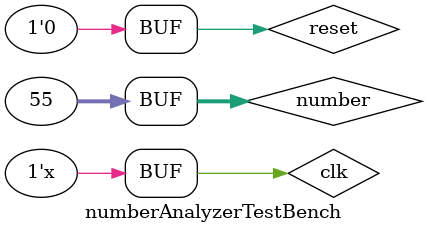
<source format=v>
`define CLOCK_TIME 200

module numberAnalyzerTestBench();
	reg[1:0] counter1;
	reg[1:0] counter2;
	reg[1:0] counter3;
	reg clk;
	reg reset;
	reg go_i;
	reg[31:0] number;
	wire isEven, isFibonacci, isPalindrome;
	wire[1:0] stuckStateEven;
	wire[3:0] stuckStateFibonacci;
	wire[3:0] stuckStatePalindrome;
	// output wire, input reg

	initial begin
		clk <= 1'b0;
		counter1 <= 2'b00;
		counter2 <= 2'b00;
		counter3 <= 2'b00;
		reset <= 1'b0;
		number <= 32'b00000000000000000000000000110111;
		go_i <= 1'b1;
	end

	
	always #`CLOCK_TIME clk <= ~clk;
	numberAnalyzer na(isEven, isFibonacci, isPalindrome, stuckStateEven, stuckStateFibonacci, stuckStatePalindrome, number, reset, go_i, clk);
	// counter'in 0 lanmasi gerekiyor her turdan sonra
	
	
	always @(posedge clk) begin
		if ((stuckStateEven == 2'd2 || stuckStateEven == 2'd3) && counter1 == 0)
			counter1 <= counter1 + 1;
		if ((stuckStateFibonacci == 4'd7 || stuckStateFibonacci == 4'd8) && counter2 == 0)
			counter2 <= counter2 + 1;
		if ((stuckStatePalindrome == 4'd6 || stuckStatePalindrome == 4'd9) && counter3 == 0)
			counter3 <= counter3 + 1;
		if ((counter1 == 1) && (counter2 == 1) && (counter3 == 1))
		begin
			if (isEven == 1)
				$display("%32d is an even number", number);
			else
				$display("%32d is an odd number", number);
			if (isFibonacci== 1)
				$display("%32d is a fibonacci number", number);
			else
				$display("%32d is not a fibonacci number", number);	
			if (isPalindrome == 1)
				$display("%32d is a palindrome number", number);
			else
				$display("%32d is not a palindrome number", number);			
			counter1 <= counter1 + 1;
			counter2 <= counter2 + 1;
			counter3 <= counter3 + 1;
			go_i <= 1'b0;
			// go_i 0'a atanarak, isEvenNumber'da da state 2 ve 3'den sonra initial state'e gecmesi saglanabilir
		end		
	end
	
endmodule
</source>
